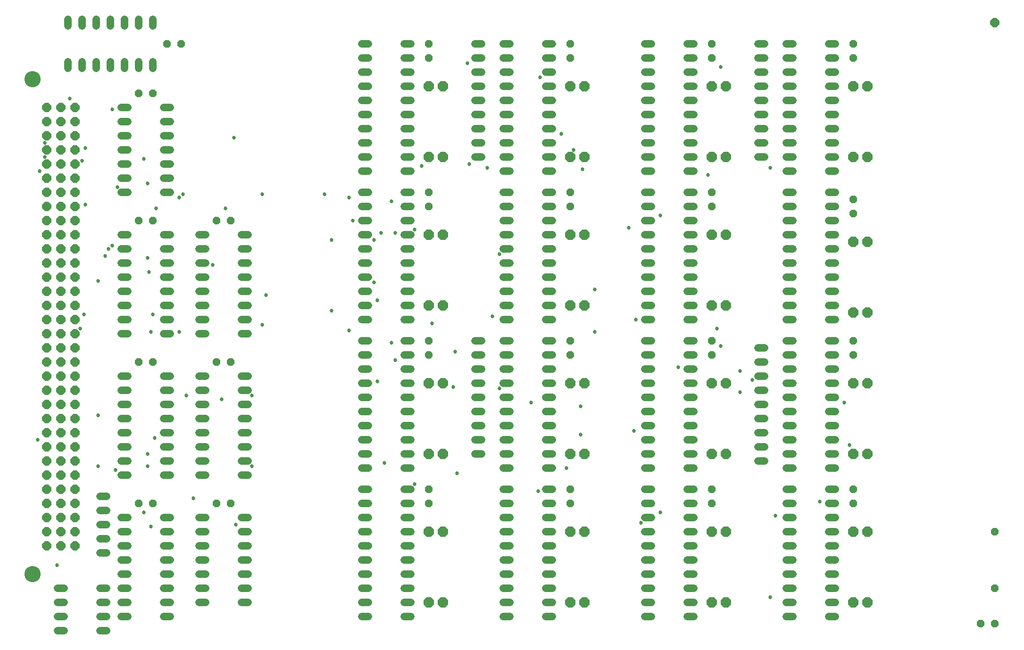
<source format=gbr>
G04 EAGLE Gerber RS-274X export*
G75*
%MOMM*%
%FSLAX34Y34*%
%LPD*%
%INSoldermask Top*%
%IPPOS*%
%AMOC8*
5,1,8,0,0,1.08239X$1,22.5*%
G01*
%ADD10P,1.787026X8X202.500000*%
%ADD11C,2.921000*%
%ADD12P,1.457113X8X202.500000*%
%ADD13P,1.457113X8X112.500000*%
%ADD14C,1.346200*%
%ADD15P,1.457113X8X292.500000*%
%ADD16P,1.457113X8X22.500000*%
%ADD17P,1.787026X8X22.500000*%
%ADD18P,1.951982X8X22.500000*%
%ADD19C,0.685800*%


D10*
X50800Y177800D03*
X50800Y203200D03*
X50800Y228600D03*
X50800Y254000D03*
X50800Y279400D03*
X50800Y304800D03*
X50800Y330200D03*
X50800Y355600D03*
X50800Y381000D03*
X50800Y406400D03*
X50800Y431800D03*
X50800Y457200D03*
X50800Y482600D03*
X50800Y508000D03*
X50800Y533400D03*
X50800Y558800D03*
X76200Y177800D03*
X76200Y203200D03*
X76200Y228600D03*
X76200Y254000D03*
X76200Y279400D03*
X76200Y304800D03*
X76200Y330200D03*
X76200Y355600D03*
X76200Y381000D03*
X76200Y406400D03*
X76200Y431800D03*
X76200Y457200D03*
X76200Y482600D03*
X76200Y508000D03*
X76200Y533400D03*
X76200Y558800D03*
X101600Y177800D03*
X101600Y203200D03*
X101600Y228600D03*
X101600Y254000D03*
X101600Y279400D03*
X101600Y304800D03*
X101600Y330200D03*
X101600Y355600D03*
X101600Y381000D03*
X101600Y406400D03*
X101600Y431800D03*
X101600Y457200D03*
X101600Y482600D03*
X101600Y508000D03*
X101600Y533400D03*
X101600Y558800D03*
X50800Y584200D03*
X50800Y609600D03*
X50800Y635000D03*
X50800Y660400D03*
X50800Y685800D03*
X50800Y711200D03*
X50800Y736600D03*
X50800Y762000D03*
X50800Y787400D03*
X50800Y812800D03*
X50800Y838200D03*
X50800Y863600D03*
X50800Y889000D03*
X50800Y914400D03*
X50800Y939800D03*
X50800Y965200D03*
X76200Y584200D03*
X76200Y609600D03*
X76200Y635000D03*
X76200Y660400D03*
X76200Y685800D03*
X76200Y711200D03*
X76200Y736600D03*
X76200Y762000D03*
X76200Y787400D03*
X76200Y812800D03*
X76200Y838200D03*
X76200Y863600D03*
X76200Y889000D03*
X76200Y914400D03*
X76200Y939800D03*
X76200Y965200D03*
X101600Y584200D03*
X101600Y609600D03*
X101600Y635000D03*
X101600Y660400D03*
X101600Y685800D03*
X101600Y711200D03*
X101600Y736600D03*
X101600Y762000D03*
X101600Y787400D03*
X101600Y812800D03*
X101600Y838200D03*
X101600Y863600D03*
X101600Y889000D03*
X101600Y914400D03*
X101600Y939800D03*
X101600Y965200D03*
D11*
X25400Y1016064D03*
X25400Y126936D03*
D12*
X1752600Y38100D03*
X1727200Y38100D03*
D13*
X1752600Y101600D03*
X1752600Y203200D03*
D14*
X196596Y965200D02*
X184404Y965200D01*
X184404Y939800D02*
X196596Y939800D01*
X196596Y812800D02*
X184404Y812800D01*
X260604Y812800D02*
X272796Y812800D01*
X196596Y914400D02*
X184404Y914400D01*
X184404Y889000D02*
X196596Y889000D01*
X196596Y838200D02*
X184404Y838200D01*
X184404Y863600D02*
X196596Y863600D01*
X260604Y838200D02*
X272796Y838200D01*
X272796Y863600D02*
X260604Y863600D01*
X260604Y889000D02*
X272796Y889000D01*
X272796Y914400D02*
X260604Y914400D01*
X260604Y939800D02*
X272796Y939800D01*
X272796Y965200D02*
X260604Y965200D01*
X196596Y736600D02*
X184404Y736600D01*
X184404Y711200D02*
X196596Y711200D01*
X196596Y584200D02*
X184404Y584200D01*
X184404Y558800D02*
X196596Y558800D01*
X196596Y685800D02*
X184404Y685800D01*
X184404Y660400D02*
X196596Y660400D01*
X196596Y609600D02*
X184404Y609600D01*
X184404Y635000D02*
X196596Y635000D01*
X260604Y558800D02*
X272796Y558800D01*
X272796Y584200D02*
X260604Y584200D01*
X260604Y609600D02*
X272796Y609600D01*
X272796Y635000D02*
X260604Y635000D01*
X260604Y660400D02*
X272796Y660400D01*
X272796Y685800D02*
X260604Y685800D01*
X260604Y711200D02*
X272796Y711200D01*
X272796Y736600D02*
X260604Y736600D01*
X196596Y482600D02*
X184404Y482600D01*
X184404Y457200D02*
X196596Y457200D01*
X196596Y330200D02*
X184404Y330200D01*
X184404Y304800D02*
X196596Y304800D01*
X196596Y431800D02*
X184404Y431800D01*
X184404Y406400D02*
X196596Y406400D01*
X196596Y355600D02*
X184404Y355600D01*
X184404Y381000D02*
X196596Y381000D01*
X260604Y304800D02*
X272796Y304800D01*
X272796Y330200D02*
X260604Y330200D01*
X260604Y355600D02*
X272796Y355600D01*
X272796Y381000D02*
X260604Y381000D01*
X260604Y406400D02*
X272796Y406400D01*
X272796Y431800D02*
X260604Y431800D01*
X260604Y457200D02*
X272796Y457200D01*
X272796Y482600D02*
X260604Y482600D01*
D15*
X736600Y1079500D03*
X736600Y1054100D03*
X736600Y812800D03*
X736600Y787400D03*
X736600Y546100D03*
X736600Y520700D03*
X736600Y279400D03*
X736600Y254000D03*
X990600Y1079500D03*
X990600Y1054100D03*
X990600Y812800D03*
X990600Y787400D03*
X990600Y546100D03*
X990600Y520700D03*
X990600Y279400D03*
X990600Y254000D03*
X1244600Y1079500D03*
X1244600Y1054100D03*
X1244600Y812800D03*
X1244600Y787400D03*
X1244600Y546100D03*
X1244600Y520700D03*
X1244600Y279400D03*
X1244600Y254000D03*
X1498600Y1079500D03*
X1498600Y1054100D03*
X1498600Y800100D03*
X1498600Y774700D03*
X1498600Y546100D03*
X1498600Y520700D03*
X1498600Y279400D03*
X1498600Y254000D03*
D16*
X215900Y990600D03*
X241300Y990600D03*
X215900Y762000D03*
X241300Y762000D03*
X215900Y508000D03*
X241300Y508000D03*
X215900Y254000D03*
X241300Y254000D03*
D14*
X196596Y228600D02*
X184404Y228600D01*
X184404Y203200D02*
X196596Y203200D01*
X196596Y76200D02*
X184404Y76200D01*
X184404Y50800D02*
X196596Y50800D01*
X196596Y177800D02*
X184404Y177800D01*
X184404Y152400D02*
X196596Y152400D01*
X196596Y101600D02*
X184404Y101600D01*
X184404Y127000D02*
X196596Y127000D01*
X260604Y50800D02*
X272796Y50800D01*
X272796Y76200D02*
X260604Y76200D01*
X260604Y101600D02*
X272796Y101600D01*
X272796Y127000D02*
X260604Y127000D01*
X260604Y152400D02*
X272796Y152400D01*
X272796Y177800D02*
X260604Y177800D01*
X260604Y203200D02*
X272796Y203200D01*
X272796Y228600D02*
X260604Y228600D01*
X241300Y1111504D02*
X241300Y1123696D01*
X215900Y1123696D02*
X215900Y1111504D01*
X88900Y1111504D02*
X88900Y1123696D01*
X88900Y1047496D02*
X88900Y1035304D01*
X190500Y1111504D02*
X190500Y1123696D01*
X165100Y1123696D02*
X165100Y1111504D01*
X114300Y1111504D02*
X114300Y1123696D01*
X139700Y1123696D02*
X139700Y1111504D01*
X114300Y1047496D02*
X114300Y1035304D01*
X139700Y1035304D02*
X139700Y1047496D01*
X165100Y1047496D02*
X165100Y1035304D01*
X190500Y1035304D02*
X190500Y1047496D01*
X215900Y1047496D02*
X215900Y1035304D01*
X241300Y1035304D02*
X241300Y1047496D01*
X82296Y101600D02*
X70104Y101600D01*
X70104Y76200D02*
X82296Y76200D01*
X146304Y76200D02*
X158496Y76200D01*
X158496Y101600D02*
X146304Y101600D01*
X82296Y50800D02*
X70104Y50800D01*
X70104Y25400D02*
X82296Y25400D01*
X146304Y50800D02*
X158496Y50800D01*
X158496Y25400D02*
X146304Y25400D01*
D12*
X292100Y1079500D03*
X266700Y1079500D03*
D14*
X158496Y266700D02*
X146304Y266700D01*
X146304Y241300D02*
X158496Y241300D01*
X158496Y215900D02*
X146304Y215900D01*
X146304Y190500D02*
X158496Y190500D01*
X158496Y165100D02*
X146304Y165100D01*
D17*
X1752600Y1117600D03*
D14*
X628396Y1079500D02*
X616204Y1079500D01*
X616204Y1054100D02*
X628396Y1054100D01*
X628396Y927100D02*
X616204Y927100D01*
X616204Y901700D02*
X628396Y901700D01*
X628396Y1028700D02*
X616204Y1028700D01*
X616204Y1003300D02*
X628396Y1003300D01*
X628396Y952500D02*
X616204Y952500D01*
X616204Y977900D02*
X628396Y977900D01*
X628396Y876300D02*
X616204Y876300D01*
X616204Y850900D02*
X628396Y850900D01*
X692404Y850900D02*
X704596Y850900D01*
X704596Y876300D02*
X692404Y876300D01*
X692404Y901700D02*
X704596Y901700D01*
X704596Y927100D02*
X692404Y927100D01*
X692404Y952500D02*
X704596Y952500D01*
X704596Y977900D02*
X692404Y977900D01*
X692404Y1003300D02*
X704596Y1003300D01*
X704596Y1028700D02*
X692404Y1028700D01*
X692404Y1054100D02*
X704596Y1054100D01*
X704596Y1079500D02*
X692404Y1079500D01*
X336296Y736600D02*
X324104Y736600D01*
X324104Y711200D02*
X336296Y711200D01*
X336296Y584200D02*
X324104Y584200D01*
X324104Y558800D02*
X336296Y558800D01*
X336296Y685800D02*
X324104Y685800D01*
X324104Y660400D02*
X336296Y660400D01*
X336296Y609600D02*
X324104Y609600D01*
X324104Y635000D02*
X336296Y635000D01*
X400304Y558800D02*
X412496Y558800D01*
X412496Y584200D02*
X400304Y584200D01*
X400304Y609600D02*
X412496Y609600D01*
X412496Y635000D02*
X400304Y635000D01*
X400304Y660400D02*
X412496Y660400D01*
X412496Y685800D02*
X400304Y685800D01*
X400304Y711200D02*
X412496Y711200D01*
X412496Y736600D02*
X400304Y736600D01*
X336296Y482600D02*
X324104Y482600D01*
X324104Y457200D02*
X336296Y457200D01*
X336296Y330200D02*
X324104Y330200D01*
X324104Y304800D02*
X336296Y304800D01*
X336296Y431800D02*
X324104Y431800D01*
X324104Y406400D02*
X336296Y406400D01*
X336296Y355600D02*
X324104Y355600D01*
X324104Y381000D02*
X336296Y381000D01*
X400304Y304800D02*
X412496Y304800D01*
X412496Y330200D02*
X400304Y330200D01*
X400304Y355600D02*
X412496Y355600D01*
X412496Y381000D02*
X400304Y381000D01*
X400304Y406400D02*
X412496Y406400D01*
X412496Y431800D02*
X400304Y431800D01*
X400304Y457200D02*
X412496Y457200D01*
X412496Y482600D02*
X400304Y482600D01*
X336296Y228600D02*
X324104Y228600D01*
X324104Y203200D02*
X336296Y203200D01*
X336296Y76200D02*
X324104Y76200D01*
X400304Y76200D02*
X412496Y76200D01*
X336296Y177800D02*
X324104Y177800D01*
X324104Y152400D02*
X336296Y152400D01*
X336296Y101600D02*
X324104Y101600D01*
X324104Y127000D02*
X336296Y127000D01*
X400304Y101600D02*
X412496Y101600D01*
X412496Y127000D02*
X400304Y127000D01*
X400304Y152400D02*
X412496Y152400D01*
X412496Y177800D02*
X400304Y177800D01*
X400304Y203200D02*
X412496Y203200D01*
X412496Y228600D02*
X400304Y228600D01*
X616204Y812800D02*
X628396Y812800D01*
X628396Y787400D02*
X616204Y787400D01*
X616204Y660400D02*
X628396Y660400D01*
X628396Y635000D02*
X616204Y635000D01*
X616204Y762000D02*
X628396Y762000D01*
X628396Y736600D02*
X616204Y736600D01*
X616204Y685800D02*
X628396Y685800D01*
X628396Y711200D02*
X616204Y711200D01*
X616204Y609600D02*
X628396Y609600D01*
X628396Y584200D02*
X616204Y584200D01*
X692404Y584200D02*
X704596Y584200D01*
X704596Y609600D02*
X692404Y609600D01*
X692404Y635000D02*
X704596Y635000D01*
X704596Y660400D02*
X692404Y660400D01*
X692404Y685800D02*
X704596Y685800D01*
X704596Y711200D02*
X692404Y711200D01*
X692404Y736600D02*
X704596Y736600D01*
X704596Y762000D02*
X692404Y762000D01*
X692404Y787400D02*
X704596Y787400D01*
X704596Y812800D02*
X692404Y812800D01*
X628396Y546100D02*
X616204Y546100D01*
X616204Y520700D02*
X628396Y520700D01*
X628396Y393700D02*
X616204Y393700D01*
X616204Y368300D02*
X628396Y368300D01*
X628396Y495300D02*
X616204Y495300D01*
X616204Y469900D02*
X628396Y469900D01*
X628396Y419100D02*
X616204Y419100D01*
X616204Y444500D02*
X628396Y444500D01*
X628396Y342900D02*
X616204Y342900D01*
X616204Y317500D02*
X628396Y317500D01*
X692404Y317500D02*
X704596Y317500D01*
X704596Y342900D02*
X692404Y342900D01*
X692404Y368300D02*
X704596Y368300D01*
X704596Y393700D02*
X692404Y393700D01*
X692404Y419100D02*
X704596Y419100D01*
X704596Y444500D02*
X692404Y444500D01*
X692404Y469900D02*
X704596Y469900D01*
X704596Y495300D02*
X692404Y495300D01*
X692404Y520700D02*
X704596Y520700D01*
X704596Y546100D02*
X692404Y546100D01*
X628396Y279400D02*
X616204Y279400D01*
X616204Y254000D02*
X628396Y254000D01*
X628396Y127000D02*
X616204Y127000D01*
X616204Y101600D02*
X628396Y101600D01*
X628396Y228600D02*
X616204Y228600D01*
X616204Y203200D02*
X628396Y203200D01*
X628396Y152400D02*
X616204Y152400D01*
X616204Y177800D02*
X628396Y177800D01*
X628396Y76200D02*
X616204Y76200D01*
X616204Y50800D02*
X628396Y50800D01*
X692404Y50800D02*
X704596Y50800D01*
X704596Y76200D02*
X692404Y76200D01*
X692404Y101600D02*
X704596Y101600D01*
X704596Y127000D02*
X692404Y127000D01*
X692404Y152400D02*
X704596Y152400D01*
X704596Y177800D02*
X692404Y177800D01*
X692404Y203200D02*
X704596Y203200D01*
X704596Y228600D02*
X692404Y228600D01*
X692404Y254000D02*
X704596Y254000D01*
X704596Y279400D02*
X692404Y279400D01*
X870204Y1079500D02*
X882396Y1079500D01*
X882396Y1054100D02*
X870204Y1054100D01*
X870204Y927100D02*
X882396Y927100D01*
X882396Y901700D02*
X870204Y901700D01*
X870204Y1028700D02*
X882396Y1028700D01*
X882396Y1003300D02*
X870204Y1003300D01*
X870204Y952500D02*
X882396Y952500D01*
X882396Y977900D02*
X870204Y977900D01*
X870204Y876300D02*
X882396Y876300D01*
X882396Y850900D02*
X870204Y850900D01*
X946404Y850900D02*
X958596Y850900D01*
X958596Y876300D02*
X946404Y876300D01*
X946404Y901700D02*
X958596Y901700D01*
X958596Y927100D02*
X946404Y927100D01*
X946404Y952500D02*
X958596Y952500D01*
X958596Y977900D02*
X946404Y977900D01*
X946404Y1003300D02*
X958596Y1003300D01*
X958596Y1028700D02*
X946404Y1028700D01*
X946404Y1054100D02*
X958596Y1054100D01*
X958596Y1079500D02*
X946404Y1079500D01*
X882396Y812800D02*
X870204Y812800D01*
X870204Y787400D02*
X882396Y787400D01*
X882396Y660400D02*
X870204Y660400D01*
X870204Y635000D02*
X882396Y635000D01*
X882396Y762000D02*
X870204Y762000D01*
X870204Y736600D02*
X882396Y736600D01*
X882396Y685800D02*
X870204Y685800D01*
X870204Y711200D02*
X882396Y711200D01*
X882396Y609600D02*
X870204Y609600D01*
X870204Y584200D02*
X882396Y584200D01*
X946404Y584200D02*
X958596Y584200D01*
X958596Y609600D02*
X946404Y609600D01*
X946404Y635000D02*
X958596Y635000D01*
X958596Y660400D02*
X946404Y660400D01*
X946404Y685800D02*
X958596Y685800D01*
X958596Y711200D02*
X946404Y711200D01*
X946404Y736600D02*
X958596Y736600D01*
X958596Y762000D02*
X946404Y762000D01*
X946404Y787400D02*
X958596Y787400D01*
X958596Y812800D02*
X946404Y812800D01*
X882396Y546100D02*
X870204Y546100D01*
X870204Y520700D02*
X882396Y520700D01*
X882396Y393700D02*
X870204Y393700D01*
X870204Y368300D02*
X882396Y368300D01*
X882396Y495300D02*
X870204Y495300D01*
X870204Y469900D02*
X882396Y469900D01*
X882396Y419100D02*
X870204Y419100D01*
X870204Y444500D02*
X882396Y444500D01*
X882396Y342900D02*
X870204Y342900D01*
X870204Y317500D02*
X882396Y317500D01*
X946404Y317500D02*
X958596Y317500D01*
X958596Y342900D02*
X946404Y342900D01*
X946404Y368300D02*
X958596Y368300D01*
X958596Y393700D02*
X946404Y393700D01*
X946404Y419100D02*
X958596Y419100D01*
X958596Y444500D02*
X946404Y444500D01*
X946404Y469900D02*
X958596Y469900D01*
X958596Y495300D02*
X946404Y495300D01*
X946404Y520700D02*
X958596Y520700D01*
X958596Y546100D02*
X946404Y546100D01*
X882396Y279400D02*
X870204Y279400D01*
X870204Y254000D02*
X882396Y254000D01*
X882396Y127000D02*
X870204Y127000D01*
X870204Y101600D02*
X882396Y101600D01*
X882396Y228600D02*
X870204Y228600D01*
X870204Y203200D02*
X882396Y203200D01*
X882396Y152400D02*
X870204Y152400D01*
X870204Y177800D02*
X882396Y177800D01*
X882396Y76200D02*
X870204Y76200D01*
X870204Y50800D02*
X882396Y50800D01*
X946404Y50800D02*
X958596Y50800D01*
X958596Y76200D02*
X946404Y76200D01*
X946404Y101600D02*
X958596Y101600D01*
X958596Y127000D02*
X946404Y127000D01*
X946404Y152400D02*
X958596Y152400D01*
X958596Y177800D02*
X946404Y177800D01*
X946404Y203200D02*
X958596Y203200D01*
X958596Y228600D02*
X946404Y228600D01*
X946404Y254000D02*
X958596Y254000D01*
X958596Y279400D02*
X946404Y279400D01*
X1124204Y1079500D02*
X1136396Y1079500D01*
X1136396Y1054100D02*
X1124204Y1054100D01*
X1124204Y927100D02*
X1136396Y927100D01*
X1136396Y901700D02*
X1124204Y901700D01*
X1124204Y1028700D02*
X1136396Y1028700D01*
X1136396Y1003300D02*
X1124204Y1003300D01*
X1124204Y952500D02*
X1136396Y952500D01*
X1136396Y977900D02*
X1124204Y977900D01*
X1124204Y876300D02*
X1136396Y876300D01*
X1136396Y850900D02*
X1124204Y850900D01*
X1200404Y850900D02*
X1212596Y850900D01*
X1212596Y876300D02*
X1200404Y876300D01*
X1200404Y901700D02*
X1212596Y901700D01*
X1212596Y927100D02*
X1200404Y927100D01*
X1200404Y952500D02*
X1212596Y952500D01*
X1212596Y977900D02*
X1200404Y977900D01*
X1200404Y1003300D02*
X1212596Y1003300D01*
X1212596Y1028700D02*
X1200404Y1028700D01*
X1200404Y1054100D02*
X1212596Y1054100D01*
X1212596Y1079500D02*
X1200404Y1079500D01*
X1136396Y812800D02*
X1124204Y812800D01*
X1124204Y787400D02*
X1136396Y787400D01*
X1136396Y660400D02*
X1124204Y660400D01*
X1124204Y635000D02*
X1136396Y635000D01*
X1136396Y762000D02*
X1124204Y762000D01*
X1124204Y736600D02*
X1136396Y736600D01*
X1136396Y685800D02*
X1124204Y685800D01*
X1124204Y711200D02*
X1136396Y711200D01*
X1136396Y609600D02*
X1124204Y609600D01*
X1124204Y584200D02*
X1136396Y584200D01*
X1200404Y584200D02*
X1212596Y584200D01*
X1212596Y609600D02*
X1200404Y609600D01*
X1200404Y635000D02*
X1212596Y635000D01*
X1212596Y660400D02*
X1200404Y660400D01*
X1200404Y685800D02*
X1212596Y685800D01*
X1212596Y711200D02*
X1200404Y711200D01*
X1200404Y736600D02*
X1212596Y736600D01*
X1212596Y762000D02*
X1200404Y762000D01*
X1200404Y787400D02*
X1212596Y787400D01*
X1212596Y812800D02*
X1200404Y812800D01*
X1136396Y546100D02*
X1124204Y546100D01*
X1124204Y520700D02*
X1136396Y520700D01*
X1136396Y393700D02*
X1124204Y393700D01*
X1124204Y368300D02*
X1136396Y368300D01*
X1136396Y495300D02*
X1124204Y495300D01*
X1124204Y469900D02*
X1136396Y469900D01*
X1136396Y419100D02*
X1124204Y419100D01*
X1124204Y444500D02*
X1136396Y444500D01*
X1136396Y342900D02*
X1124204Y342900D01*
X1124204Y317500D02*
X1136396Y317500D01*
X1200404Y317500D02*
X1212596Y317500D01*
X1212596Y342900D02*
X1200404Y342900D01*
X1200404Y368300D02*
X1212596Y368300D01*
X1212596Y393700D02*
X1200404Y393700D01*
X1200404Y419100D02*
X1212596Y419100D01*
X1212596Y444500D02*
X1200404Y444500D01*
X1200404Y469900D02*
X1212596Y469900D01*
X1212596Y495300D02*
X1200404Y495300D01*
X1200404Y520700D02*
X1212596Y520700D01*
X1212596Y546100D02*
X1200404Y546100D01*
X1136396Y279400D02*
X1124204Y279400D01*
X1124204Y254000D02*
X1136396Y254000D01*
X1136396Y127000D02*
X1124204Y127000D01*
X1124204Y101600D02*
X1136396Y101600D01*
X1136396Y228600D02*
X1124204Y228600D01*
X1124204Y203200D02*
X1136396Y203200D01*
X1136396Y152400D02*
X1124204Y152400D01*
X1124204Y177800D02*
X1136396Y177800D01*
X1136396Y76200D02*
X1124204Y76200D01*
X1124204Y50800D02*
X1136396Y50800D01*
X1200404Y50800D02*
X1212596Y50800D01*
X1212596Y76200D02*
X1200404Y76200D01*
X1200404Y101600D02*
X1212596Y101600D01*
X1212596Y127000D02*
X1200404Y127000D01*
X1200404Y152400D02*
X1212596Y152400D01*
X1212596Y177800D02*
X1200404Y177800D01*
X1200404Y203200D02*
X1212596Y203200D01*
X1212596Y228600D02*
X1200404Y228600D01*
X1200404Y254000D02*
X1212596Y254000D01*
X1212596Y279400D02*
X1200404Y279400D01*
X1378204Y1079500D02*
X1390396Y1079500D01*
X1390396Y1054100D02*
X1378204Y1054100D01*
X1378204Y927100D02*
X1390396Y927100D01*
X1390396Y901700D02*
X1378204Y901700D01*
X1378204Y1028700D02*
X1390396Y1028700D01*
X1390396Y1003300D02*
X1378204Y1003300D01*
X1378204Y952500D02*
X1390396Y952500D01*
X1390396Y977900D02*
X1378204Y977900D01*
X1378204Y876300D02*
X1390396Y876300D01*
X1390396Y850900D02*
X1378204Y850900D01*
X1454404Y850900D02*
X1466596Y850900D01*
X1466596Y876300D02*
X1454404Y876300D01*
X1454404Y901700D02*
X1466596Y901700D01*
X1466596Y927100D02*
X1454404Y927100D01*
X1454404Y952500D02*
X1466596Y952500D01*
X1466596Y977900D02*
X1454404Y977900D01*
X1454404Y1003300D02*
X1466596Y1003300D01*
X1466596Y1028700D02*
X1454404Y1028700D01*
X1454404Y1054100D02*
X1466596Y1054100D01*
X1466596Y1079500D02*
X1454404Y1079500D01*
X1390396Y812800D02*
X1378204Y812800D01*
X1378204Y787400D02*
X1390396Y787400D01*
X1390396Y660400D02*
X1378204Y660400D01*
X1378204Y635000D02*
X1390396Y635000D01*
X1390396Y762000D02*
X1378204Y762000D01*
X1378204Y736600D02*
X1390396Y736600D01*
X1390396Y685800D02*
X1378204Y685800D01*
X1378204Y711200D02*
X1390396Y711200D01*
X1390396Y609600D02*
X1378204Y609600D01*
X1378204Y584200D02*
X1390396Y584200D01*
X1454404Y584200D02*
X1466596Y584200D01*
X1466596Y609600D02*
X1454404Y609600D01*
X1454404Y635000D02*
X1466596Y635000D01*
X1466596Y660400D02*
X1454404Y660400D01*
X1454404Y685800D02*
X1466596Y685800D01*
X1466596Y711200D02*
X1454404Y711200D01*
X1454404Y736600D02*
X1466596Y736600D01*
X1466596Y762000D02*
X1454404Y762000D01*
X1454404Y787400D02*
X1466596Y787400D01*
X1466596Y812800D02*
X1454404Y812800D01*
X1390396Y546100D02*
X1378204Y546100D01*
X1378204Y520700D02*
X1390396Y520700D01*
X1390396Y393700D02*
X1378204Y393700D01*
X1378204Y368300D02*
X1390396Y368300D01*
X1390396Y495300D02*
X1378204Y495300D01*
X1378204Y469900D02*
X1390396Y469900D01*
X1390396Y419100D02*
X1378204Y419100D01*
X1378204Y444500D02*
X1390396Y444500D01*
X1390396Y342900D02*
X1378204Y342900D01*
X1378204Y317500D02*
X1390396Y317500D01*
X1454404Y317500D02*
X1466596Y317500D01*
X1466596Y342900D02*
X1454404Y342900D01*
X1454404Y368300D02*
X1466596Y368300D01*
X1466596Y393700D02*
X1454404Y393700D01*
X1454404Y419100D02*
X1466596Y419100D01*
X1466596Y444500D02*
X1454404Y444500D01*
X1454404Y469900D02*
X1466596Y469900D01*
X1466596Y495300D02*
X1454404Y495300D01*
X1454404Y520700D02*
X1466596Y520700D01*
X1466596Y546100D02*
X1454404Y546100D01*
X1390396Y279400D02*
X1378204Y279400D01*
X1378204Y254000D02*
X1390396Y254000D01*
X1390396Y127000D02*
X1378204Y127000D01*
X1378204Y101600D02*
X1390396Y101600D01*
X1390396Y228600D02*
X1378204Y228600D01*
X1378204Y203200D02*
X1390396Y203200D01*
X1390396Y152400D02*
X1378204Y152400D01*
X1378204Y177800D02*
X1390396Y177800D01*
X1390396Y76200D02*
X1378204Y76200D01*
X1378204Y50800D02*
X1390396Y50800D01*
X1454404Y50800D02*
X1466596Y50800D01*
X1466596Y76200D02*
X1454404Y76200D01*
X1454404Y101600D02*
X1466596Y101600D01*
X1466596Y127000D02*
X1454404Y127000D01*
X1454404Y152400D02*
X1466596Y152400D01*
X1466596Y177800D02*
X1454404Y177800D01*
X1454404Y203200D02*
X1466596Y203200D01*
X1466596Y228600D02*
X1454404Y228600D01*
X1454404Y254000D02*
X1466596Y254000D01*
X1466596Y279400D02*
X1454404Y279400D01*
X831596Y1079500D02*
X819404Y1079500D01*
X819404Y1054100D02*
X831596Y1054100D01*
X831596Y1028700D02*
X819404Y1028700D01*
X819404Y1003300D02*
X831596Y1003300D01*
X831596Y977900D02*
X819404Y977900D01*
X819404Y952500D02*
X831596Y952500D01*
X831596Y927100D02*
X819404Y927100D01*
X819404Y901700D02*
X831596Y901700D01*
X831596Y876300D02*
X819404Y876300D01*
X1327404Y1079500D02*
X1339596Y1079500D01*
X1339596Y1054100D02*
X1327404Y1054100D01*
X1327404Y1028700D02*
X1339596Y1028700D01*
X1339596Y1003300D02*
X1327404Y1003300D01*
X1327404Y977900D02*
X1339596Y977900D01*
X1339596Y952500D02*
X1327404Y952500D01*
X1327404Y927100D02*
X1339596Y927100D01*
X1339596Y901700D02*
X1327404Y901700D01*
X1327404Y876300D02*
X1339596Y876300D01*
D18*
X736600Y1003300D03*
X762000Y1003300D03*
X736600Y736600D03*
X762000Y736600D03*
X736600Y469900D03*
X762000Y469900D03*
X736600Y203200D03*
X762000Y203200D03*
X990600Y1003300D03*
X1016000Y1003300D03*
X990600Y736600D03*
X1016000Y736600D03*
X990600Y469900D03*
X1016000Y469900D03*
X990600Y203200D03*
X1016000Y203200D03*
D14*
X831596Y546100D02*
X819404Y546100D01*
X819404Y520700D02*
X831596Y520700D01*
X831596Y495300D02*
X819404Y495300D01*
X819404Y469900D02*
X831596Y469900D01*
X831596Y444500D02*
X819404Y444500D01*
X819404Y419100D02*
X831596Y419100D01*
X831596Y393700D02*
X819404Y393700D01*
X819404Y368300D02*
X831596Y368300D01*
X831596Y342900D02*
X819404Y342900D01*
X1327404Y533400D02*
X1339596Y533400D01*
X1339596Y508000D02*
X1327404Y508000D01*
X1327404Y482600D02*
X1339596Y482600D01*
X1339596Y457200D02*
X1327404Y457200D01*
X1327404Y431800D02*
X1339596Y431800D01*
X1339596Y406400D02*
X1327404Y406400D01*
X1327404Y381000D02*
X1339596Y381000D01*
X1339596Y355600D02*
X1327404Y355600D01*
X1327404Y330200D02*
X1339596Y330200D01*
D18*
X1244600Y1003300D03*
X1270000Y1003300D03*
X1244600Y736600D03*
X1270000Y736600D03*
X1244600Y469900D03*
X1270000Y469900D03*
X1244600Y203200D03*
X1270000Y203200D03*
X1498600Y1003300D03*
X1524000Y1003300D03*
X1498600Y723900D03*
X1524000Y723900D03*
X1498600Y469900D03*
X1524000Y469900D03*
X1498600Y203200D03*
X1524000Y203200D03*
X990600Y76200D03*
X1016000Y76200D03*
X990600Y342900D03*
X1016000Y342900D03*
X990600Y609600D03*
X1016000Y609600D03*
X990600Y876300D03*
X1016000Y876300D03*
X736600Y76200D03*
X762000Y76200D03*
X736600Y342900D03*
X762000Y342900D03*
X736600Y609600D03*
X762000Y609600D03*
X736600Y876300D03*
X762000Y876300D03*
X1498600Y76200D03*
X1524000Y76200D03*
X1498600Y342900D03*
X1524000Y342900D03*
X1498600Y596900D03*
X1524000Y596900D03*
X1498600Y876300D03*
X1524000Y876300D03*
X1244600Y76200D03*
X1270000Y76200D03*
X1244600Y342900D03*
X1270000Y342900D03*
X1244600Y609600D03*
X1270000Y609600D03*
X1244600Y876300D03*
X1270000Y876300D03*
D16*
X355600Y762000D03*
X381000Y762000D03*
X355600Y508000D03*
X381000Y508000D03*
X355600Y254000D03*
X381000Y254000D03*
D19*
X723900Y860425D03*
X1254125Y568325D03*
X787400Y307975D03*
X806450Y1044575D03*
X1260475Y1038225D03*
X1152525Y771525D03*
X111125Y568325D03*
X644525Y473075D03*
X1152525Y238125D03*
X650875Y739775D03*
X114300Y869950D03*
X231775Y695325D03*
X234950Y669925D03*
X711200Y746125D03*
X920750Y434975D03*
X676275Y739775D03*
X1184275Y498475D03*
X669925Y796925D03*
X1438275Y257175D03*
X168275Y717550D03*
X174625Y314325D03*
X161925Y711200D03*
X365125Y441325D03*
X117475Y593725D03*
X231775Y320675D03*
X69850Y142875D03*
X244475Y371475D03*
X168275Y962025D03*
X47625Y901700D03*
X47625Y876300D03*
X38100Y850900D03*
X247650Y784225D03*
X231775Y828675D03*
X241300Y593725D03*
X177800Y822325D03*
X155575Y698500D03*
X120650Y892175D03*
X371475Y784225D03*
X120650Y790575D03*
X92075Y981075D03*
X142875Y320675D03*
X225425Y238125D03*
X225425Y873125D03*
X561975Y727075D03*
X288925Y803275D03*
X638175Y727075D03*
X288925Y561975D03*
X676275Y511175D03*
X669925Y542925D03*
X711200Y288925D03*
X231775Y342900D03*
X387350Y911225D03*
X936625Y1019175D03*
X561975Y600075D03*
X593725Y803275D03*
X863600Y701675D03*
X863600Y460375D03*
X238125Y561975D03*
X933450Y276225D03*
X295275Y809625D03*
X349250Y682625D03*
X1095375Y749300D03*
X1260475Y536575D03*
X1104900Y384175D03*
X1117600Y219075D03*
X301625Y447675D03*
X419100Y447675D03*
X419100Y320675D03*
X600075Y762000D03*
X444500Y628650D03*
X34925Y368300D03*
X238125Y212725D03*
X142875Y412750D03*
X142875Y654050D03*
X438150Y809625D03*
X438150Y574675D03*
X742950Y577850D03*
X638175Y650875D03*
X657225Y327025D03*
X644525Y619125D03*
X1035050Y638175D03*
X1012825Y854075D03*
X1035050Y561975D03*
X984250Y317500D03*
X549275Y809625D03*
X1238250Y844550D03*
X1009650Y428625D03*
X1108075Y584200D03*
X1009650Y377825D03*
X1492250Y358775D03*
X593725Y565150D03*
X314325Y263525D03*
X996950Y889000D03*
X974725Y917575D03*
X390525Y215900D03*
X1317625Y476250D03*
X1358900Y231775D03*
X841375Y857250D03*
X784225Y527050D03*
X781050Y463550D03*
X850900Y590550D03*
X809625Y863600D03*
X1349375Y857250D03*
X1295400Y454025D03*
X1482725Y434975D03*
X1349375Y85725D03*
X1295400Y492125D03*
M02*

</source>
